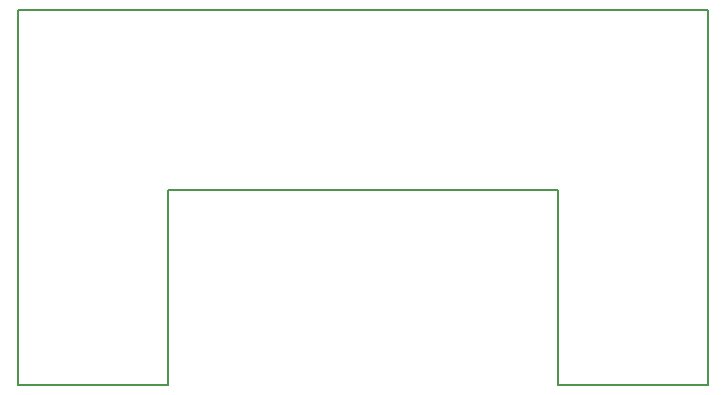
<source format=gbr>
G04 #@! TF.FileFunction,Profile,NP*
%FSLAX46Y46*%
G04 Gerber Fmt 4.6, Leading zero omitted, Abs format (unit mm)*
G04 Created by KiCad (PCBNEW (2015-12-07 BZR 6352)-product) date Fri 05 Feb 2016 11:09:04 PM EST*
%MOMM*%
G01*
G04 APERTURE LIST*
%ADD10C,0.100000*%
%ADD11C,0.150000*%
G04 APERTURE END LIST*
D10*
D11*
X58420000Y31750000D02*
X58420000Y24130000D01*
X0Y31750000D02*
X58420000Y31750000D01*
X0Y24130000D02*
X0Y31750000D01*
X58420000Y0D02*
X58420000Y24130000D01*
X55880000Y0D02*
X58420000Y0D01*
X0Y0D02*
X0Y24130000D01*
X2540000Y0D02*
X0Y0D01*
X45720000Y0D02*
X48260000Y0D01*
X45720000Y16510000D02*
X45720000Y0D01*
X12700000Y16510000D02*
X45720000Y16510000D01*
X12700000Y0D02*
X12700000Y16510000D01*
X10160000Y0D02*
X12700000Y0D01*
X48260000Y0D02*
X55880000Y0D01*
X10160000Y0D02*
X2540000Y0D01*
M02*

</source>
